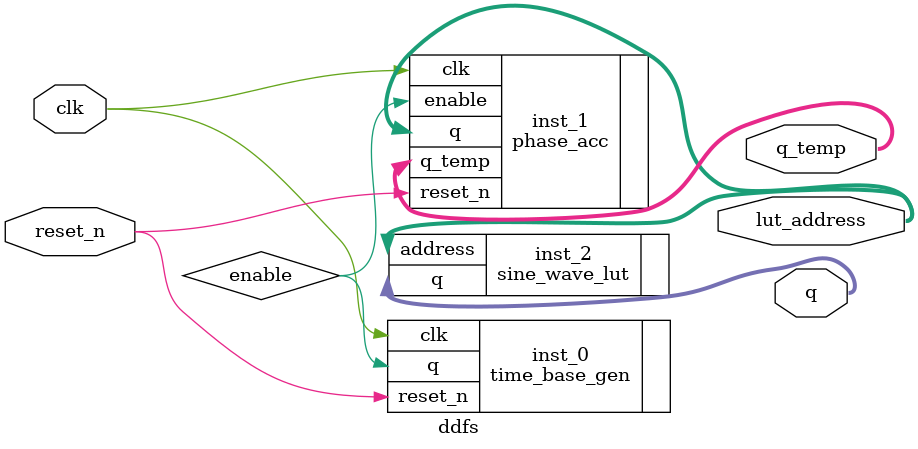
<source format=sv>
module ddfs (
   input logic clk, input logic reset_n, 
   output logic [7:0] q, lut_address, q_temp
);

logic enable;
time_base_gen #(.L(521)) inst_0 (.clk(clk), .reset_n(reset_n), .q(enable));
//logic [7:0] lut_address;

phase_acc inst_1 (.clk(clk), .reset_n(reset_n), .enable(enable), .q(lut_address),.q_temp(q_temp));

sine_wave_lut inst_2 (.address(lut_address), .q(q));

endmodule

</source>
